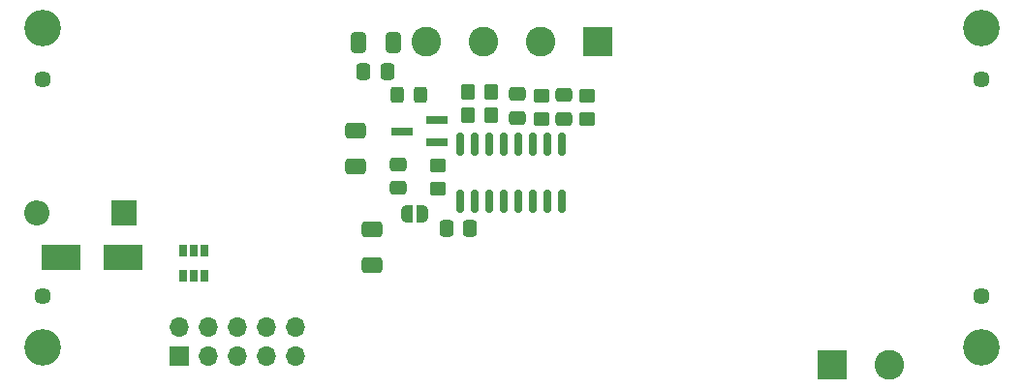
<source format=gbr>
%TF.GenerationSoftware,KiCad,Pcbnew,(6.0.0)*%
%TF.CreationDate,2022-01-14T12:25:06-05:00*%
%TF.ProjectId,ADC-board-HX711,4144432d-626f-4617-9264-2d4858373131,rev?*%
%TF.SameCoordinates,Original*%
%TF.FileFunction,Soldermask,Bot*%
%TF.FilePolarity,Negative*%
%FSLAX46Y46*%
G04 Gerber Fmt 4.6, Leading zero omitted, Abs format (unit mm)*
G04 Created by KiCad (PCBNEW (6.0.0)) date 2022-01-14 12:25:06*
%MOMM*%
%LPD*%
G01*
G04 APERTURE LIST*
G04 Aperture macros list*
%AMRoundRect*
0 Rectangle with rounded corners*
0 $1 Rounding radius*
0 $2 $3 $4 $5 $6 $7 $8 $9 X,Y pos of 4 corners*
0 Add a 4 corners polygon primitive as box body*
4,1,4,$2,$3,$4,$5,$6,$7,$8,$9,$2,$3,0*
0 Add four circle primitives for the rounded corners*
1,1,$1+$1,$2,$3*
1,1,$1+$1,$4,$5*
1,1,$1+$1,$6,$7*
1,1,$1+$1,$8,$9*
0 Add four rect primitives between the rounded corners*
20,1,$1+$1,$2,$3,$4,$5,0*
20,1,$1+$1,$4,$5,$6,$7,0*
20,1,$1+$1,$6,$7,$8,$9,0*
20,1,$1+$1,$8,$9,$2,$3,0*%
%AMFreePoly0*
4,1,22,0.500000,-0.750000,0.000000,-0.750000,0.000000,-0.745033,-0.079941,-0.743568,-0.215256,-0.701293,-0.333266,-0.622738,-0.424486,-0.514219,-0.481581,-0.384460,-0.499164,-0.250000,-0.500000,-0.250000,-0.500000,0.250000,-0.499164,0.250000,-0.499963,0.256109,-0.478152,0.396186,-0.417904,0.524511,-0.324060,0.630769,-0.204165,0.706417,-0.067858,0.745374,0.000000,0.744959,0.000000,0.750000,
0.500000,0.750000,0.500000,-0.750000,0.500000,-0.750000,$1*%
%AMFreePoly1*
4,1,20,0.000000,0.744959,0.073905,0.744508,0.209726,0.703889,0.328688,0.626782,0.421226,0.519385,0.479903,0.390333,0.500000,0.250000,0.500000,-0.250000,0.499851,-0.262216,0.476331,-0.402017,0.414519,-0.529596,0.319384,-0.634700,0.198574,-0.708877,0.061801,-0.746166,0.000000,-0.745033,0.000000,-0.750000,-0.500000,-0.750000,-0.500000,0.750000,0.000000,0.750000,0.000000,0.744959,
0.000000,0.744959,$1*%
G04 Aperture macros list end*
%ADD10O,2.200000X2.200000*%
%ADD11R,2.200000X2.200000*%
%ADD12RoundRect,0.250000X0.650000X-0.412500X0.650000X0.412500X-0.650000X0.412500X-0.650000X-0.412500X0*%
%ADD13RoundRect,0.250000X0.412500X0.650000X-0.412500X0.650000X-0.412500X-0.650000X0.412500X-0.650000X0*%
%ADD14C,1.448000*%
%ADD15R,1.700000X1.700000*%
%ADD16O,1.700000X1.700000*%
%ADD17R,2.600000X2.600000*%
%ADD18C,2.600000*%
%ADD19RoundRect,0.250000X0.475000X-0.337500X0.475000X0.337500X-0.475000X0.337500X-0.475000X-0.337500X0*%
%ADD20C,3.200000*%
%ADD21RoundRect,0.250000X0.337500X0.475000X-0.337500X0.475000X-0.337500X-0.475000X0.337500X-0.475000X0*%
%ADD22R,3.500000X2.300000*%
%ADD23FreePoly0,0.000000*%
%ADD24FreePoly1,0.000000*%
%ADD25R,0.650000X1.060000*%
%ADD26RoundRect,0.250000X0.350000X0.450000X-0.350000X0.450000X-0.350000X-0.450000X0.350000X-0.450000X0*%
%ADD27RoundRect,0.250000X0.450000X-0.350000X0.450000X0.350000X-0.450000X0.350000X-0.450000X-0.350000X0*%
%ADD28RoundRect,0.250000X-0.450000X0.350000X-0.450000X-0.350000X0.450000X-0.350000X0.450000X0.350000X0*%
%ADD29RoundRect,0.250000X-0.475000X0.337500X-0.475000X-0.337500X0.475000X-0.337500X0.475000X0.337500X0*%
%ADD30RoundRect,0.250000X-0.350000X-0.450000X0.350000X-0.450000X0.350000X0.450000X-0.350000X0.450000X0*%
%ADD31RoundRect,0.250000X0.325000X0.450000X-0.325000X0.450000X-0.325000X-0.450000X0.325000X-0.450000X0*%
%ADD32R,1.900000X0.800000*%
%ADD33RoundRect,0.150000X-0.150000X0.850000X-0.150000X-0.850000X0.150000X-0.850000X0.150000X0.850000X0*%
G04 APERTURE END LIST*
D10*
%TO.C,D2*%
X4480000Y-20700000D03*
D11*
X12100000Y-20700000D03*
%TD*%
D12*
%TO.C,C7*%
X33800000Y-25262500D03*
X33800000Y-22137500D03*
%TD*%
D13*
%TO.C,C4*%
X35662500Y-5800000D03*
X32537500Y-5800000D03*
%TD*%
D12*
%TO.C,C3*%
X32300000Y-16662500D03*
X32300000Y-13537500D03*
%TD*%
D14*
%TO.C,HT4*%
X87000000Y-28000000D03*
%TD*%
%TO.C,HT3*%
X5000000Y-28000000D03*
%TD*%
D15*
%TO.C,J1*%
X16920000Y-33270000D03*
D16*
X16920000Y-30730000D03*
X19460000Y-33270000D03*
X19460000Y-30730000D03*
X22000000Y-33270000D03*
X22000000Y-30730000D03*
X24540000Y-33270000D03*
X24540000Y-30730000D03*
X27080000Y-33270000D03*
X27080000Y-30730000D03*
%TD*%
D14*
%TO.C,HT2*%
X87000000Y-9000000D03*
%TD*%
%TO.C,HT1*%
X5000000Y-9000000D03*
%TD*%
D17*
%TO.C,J3*%
X74000000Y-34000000D03*
D18*
X79000000Y-34000000D03*
%TD*%
D17*
%TO.C,J2*%
X53500000Y-5695000D03*
D18*
X48500000Y-5695000D03*
X43500000Y-5695000D03*
X38500000Y-5695000D03*
%TD*%
D19*
%TO.C,C6*%
X50550000Y-12487500D03*
X50550000Y-10412500D03*
%TD*%
D20*
%TO.C,H4*%
X87000000Y-32500000D03*
%TD*%
D21*
%TO.C,C1*%
X42327500Y-22020000D03*
X40252500Y-22020000D03*
%TD*%
D22*
%TO.C,D1*%
X6570000Y-24610000D03*
X11970000Y-24610000D03*
%TD*%
D21*
%TO.C,C2*%
X35087500Y-8300000D03*
X33012500Y-8300000D03*
%TD*%
D23*
%TO.C,JP1*%
X36850000Y-20750000D03*
D24*
X38150000Y-20750000D03*
%TD*%
D25*
%TO.C,U2*%
X17250000Y-24000000D03*
X18200000Y-24000000D03*
X19150000Y-24000000D03*
X19150000Y-26200000D03*
X18200000Y-26200000D03*
X17250000Y-26200000D03*
%TD*%
D26*
%TO.C,R3*%
X44150000Y-12150000D03*
X42150000Y-12150000D03*
%TD*%
D27*
%TO.C,R8*%
X39510000Y-18550000D03*
X39510000Y-16550000D03*
%TD*%
D20*
%TO.C,H2*%
X87000000Y-4500000D03*
%TD*%
D28*
%TO.C,R5*%
X48550000Y-10450000D03*
X48550000Y-12450000D03*
%TD*%
D29*
%TO.C,C5*%
X46450000Y-10312500D03*
X46450000Y-12387500D03*
%TD*%
D20*
%TO.C,H1*%
X5000000Y-4500000D03*
%TD*%
%TO.C,H3*%
X5000000Y-32500000D03*
%TD*%
D19*
%TO.C,C8*%
X36040000Y-18537500D03*
X36040000Y-16462500D03*
%TD*%
D30*
%TO.C,R4*%
X42150000Y-10150000D03*
X44150000Y-10150000D03*
%TD*%
D28*
%TO.C,R6*%
X52550000Y-10450000D03*
X52550000Y-12450000D03*
%TD*%
D31*
%TO.C,L1*%
X38025000Y-10400000D03*
X35975000Y-10400000D03*
%TD*%
D32*
%TO.C,Q1*%
X39400000Y-12600000D03*
X39400000Y-14500000D03*
X36400000Y-13550000D03*
%TD*%
D33*
%TO.C,U1*%
X41505000Y-14650000D03*
X42775000Y-14650000D03*
X44045000Y-14650000D03*
X45315000Y-14650000D03*
X46585000Y-14650000D03*
X47855000Y-14650000D03*
X49125000Y-14650000D03*
X50395000Y-14650000D03*
X50395000Y-19650000D03*
X49125000Y-19650000D03*
X47855000Y-19650000D03*
X46585000Y-19650000D03*
X45315000Y-19650000D03*
X44045000Y-19650000D03*
X42775000Y-19650000D03*
X41505000Y-19650000D03*
%TD*%
M02*

</source>
